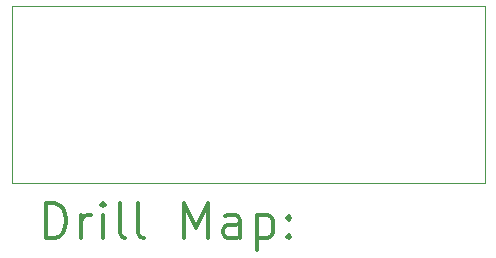
<source format=gbr>
%FSLAX45Y45*%
G04 Gerber Fmt 4.5, Leading zero omitted, Abs format (unit mm)*
G04 Created by KiCad (PCBNEW (5.1.12)-1) date 2023-02-16 22:19:36*
%MOMM*%
%LPD*%
G01*
G04 APERTURE LIST*
%TA.AperFunction,Profile*%
%ADD10C,0.050000*%
%TD*%
%ADD11C,0.200000*%
%ADD12C,0.300000*%
G04 APERTURE END LIST*
D10*
X9970000Y-12319000D02*
X9970000Y-13819000D01*
X9970000Y-13819000D02*
X13970000Y-13819000D01*
X13970000Y-12319000D02*
X9970000Y-12319000D01*
X13970000Y-13819000D02*
X13970000Y-12319000D01*
D11*
D12*
X10253928Y-14287214D02*
X10253928Y-13987214D01*
X10325357Y-13987214D01*
X10368214Y-14001500D01*
X10396786Y-14030071D01*
X10411071Y-14058643D01*
X10425357Y-14115786D01*
X10425357Y-14158643D01*
X10411071Y-14215786D01*
X10396786Y-14244357D01*
X10368214Y-14272929D01*
X10325357Y-14287214D01*
X10253928Y-14287214D01*
X10553928Y-14287214D02*
X10553928Y-14087214D01*
X10553928Y-14144357D02*
X10568214Y-14115786D01*
X10582500Y-14101500D01*
X10611071Y-14087214D01*
X10639643Y-14087214D01*
X10739643Y-14287214D02*
X10739643Y-14087214D01*
X10739643Y-13987214D02*
X10725357Y-14001500D01*
X10739643Y-14015786D01*
X10753928Y-14001500D01*
X10739643Y-13987214D01*
X10739643Y-14015786D01*
X10925357Y-14287214D02*
X10896786Y-14272929D01*
X10882500Y-14244357D01*
X10882500Y-13987214D01*
X11082500Y-14287214D02*
X11053928Y-14272929D01*
X11039643Y-14244357D01*
X11039643Y-13987214D01*
X11425357Y-14287214D02*
X11425357Y-13987214D01*
X11525357Y-14201500D01*
X11625357Y-13987214D01*
X11625357Y-14287214D01*
X11896786Y-14287214D02*
X11896786Y-14130071D01*
X11882500Y-14101500D01*
X11853928Y-14087214D01*
X11796786Y-14087214D01*
X11768214Y-14101500D01*
X11896786Y-14272929D02*
X11868214Y-14287214D01*
X11796786Y-14287214D01*
X11768214Y-14272929D01*
X11753928Y-14244357D01*
X11753928Y-14215786D01*
X11768214Y-14187214D01*
X11796786Y-14172929D01*
X11868214Y-14172929D01*
X11896786Y-14158643D01*
X12039643Y-14087214D02*
X12039643Y-14387214D01*
X12039643Y-14101500D02*
X12068214Y-14087214D01*
X12125357Y-14087214D01*
X12153928Y-14101500D01*
X12168214Y-14115786D01*
X12182500Y-14144357D01*
X12182500Y-14230071D01*
X12168214Y-14258643D01*
X12153928Y-14272929D01*
X12125357Y-14287214D01*
X12068214Y-14287214D01*
X12039643Y-14272929D01*
X12311071Y-14258643D02*
X12325357Y-14272929D01*
X12311071Y-14287214D01*
X12296786Y-14272929D01*
X12311071Y-14258643D01*
X12311071Y-14287214D01*
X12311071Y-14101500D02*
X12325357Y-14115786D01*
X12311071Y-14130071D01*
X12296786Y-14115786D01*
X12311071Y-14101500D01*
X12311071Y-14130071D01*
M02*

</source>
